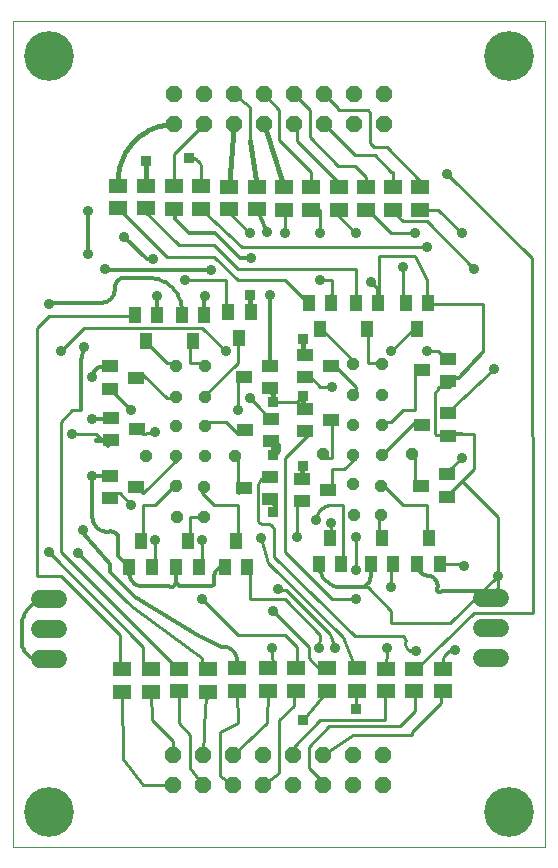
<source format=gbl>
G75*
G70*
%OFA0B0*%
%FSLAX24Y24*%
%IPPOS*%
%LPD*%
%AMOC8*
5,1,8,0,0,1.08239X$1,22.5*
%
%ADD10C,0.0000*%
%ADD11OC8,0.0397*%
%ADD12C,0.0600*%
%ADD13R,0.0394X0.0551*%
%ADD14R,0.0551X0.0394*%
%ADD15R,0.0630X0.0512*%
%ADD16OC8,0.0560*%
%ADD17C,0.0100*%
%ADD18C,0.0360*%
%ADD19C,0.0120*%
%ADD20C,0.0356*%
%ADD21R,0.0356X0.0356*%
%ADD22C,0.0160*%
%ADD23C,0.0079*%
%ADD24C,0.1660*%
D10*
X000100Y000100D02*
X000100Y027659D01*
X017817Y027659D01*
X017817Y000100D01*
X000100Y000100D01*
D11*
X005562Y011117D03*
X005512Y012154D03*
X005512Y013142D03*
X005512Y014129D03*
X005512Y015117D03*
X005512Y016154D03*
X006499Y016154D03*
X006499Y015117D03*
X006499Y014129D03*
X006499Y013142D03*
X006449Y012104D03*
X006449Y011117D03*
X007487Y013145D03*
X010430Y013196D03*
X011417Y013193D03*
X011417Y014180D03*
X011417Y015168D03*
X011417Y016205D03*
X012405Y016205D03*
X012405Y015168D03*
X012405Y014180D03*
X012405Y013193D03*
X012355Y012156D03*
X012355Y011168D03*
X011467Y011168D03*
X011417Y012206D03*
X013392Y013196D03*
X004524Y013145D03*
D12*
X001597Y008376D02*
X000997Y008376D01*
X000997Y007376D02*
X001597Y007376D01*
X001597Y006376D02*
X000997Y006376D01*
X015733Y006399D02*
X016333Y006399D01*
X016333Y007399D02*
X015733Y007399D01*
X015733Y008399D02*
X016333Y008399D01*
D13*
X014320Y009537D03*
X013946Y010403D03*
X013572Y009537D03*
X012757Y009537D03*
X012383Y010403D03*
X012009Y009537D03*
X011037Y009537D03*
X010663Y010403D03*
X010289Y009537D03*
X007891Y009454D03*
X007517Y010320D03*
X007143Y009454D03*
X006281Y009443D03*
X005907Y010309D03*
X005533Y009443D03*
X004718Y009443D03*
X004344Y010309D03*
X003970Y009443D03*
X004525Y016994D03*
X004151Y017860D03*
X004899Y017860D03*
X005722Y017860D03*
X006096Y016994D03*
X006470Y017860D03*
X007261Y017939D03*
X007635Y017072D03*
X008009Y017939D03*
X009943Y018230D03*
X010317Y017364D03*
X010691Y018230D03*
X011525Y018230D03*
X011899Y017364D03*
X012273Y018230D03*
X013187Y018230D03*
X013561Y017364D03*
X013935Y018230D03*
D14*
X014588Y016376D03*
X014588Y015628D03*
X014580Y014565D03*
X014580Y013817D03*
X014572Y012529D03*
X014572Y011781D03*
X013706Y012155D03*
X013714Y014191D03*
X013722Y016002D03*
X010698Y016147D03*
X009832Y015773D03*
X009832Y016521D03*
X008659Y016147D03*
X008659Y015399D03*
X008687Y014391D03*
X008687Y013643D03*
X007820Y014017D03*
X007793Y015773D03*
X009840Y014710D03*
X009840Y013962D03*
X010706Y014336D03*
X009734Y012380D03*
X009734Y011631D03*
X010600Y012006D03*
X008663Y011702D03*
X008663Y012450D03*
X007797Y012076D03*
X004206Y012104D03*
X003340Y012478D03*
X003340Y011730D03*
X003348Y013667D03*
X003348Y014415D03*
X003340Y015380D03*
X003340Y016128D03*
X004206Y015754D03*
X004214Y014041D03*
D15*
X007277Y021372D03*
X007277Y022120D03*
X006372Y022128D03*
X006372Y021380D03*
X005466Y021387D03*
X005466Y022135D03*
X004521Y022143D03*
X004521Y021395D03*
X003576Y021403D03*
X003576Y022151D03*
X008222Y022112D03*
X008222Y021364D03*
X009128Y021356D03*
X009128Y022104D03*
X010033Y022096D03*
X010033Y021348D03*
X010943Y021356D03*
X010943Y022104D03*
X011844Y022104D03*
X011844Y021356D03*
X012757Y021356D03*
X012757Y022104D03*
X013671Y022104D03*
X013671Y021356D03*
X013466Y006049D03*
X013466Y005301D03*
X012529Y005297D03*
X012529Y006045D03*
X011545Y006061D03*
X011545Y005313D03*
X010545Y005313D03*
X010545Y006061D03*
X009525Y006061D03*
X009525Y005313D03*
X008584Y005313D03*
X008584Y006061D03*
X007565Y006061D03*
X007565Y005313D03*
X006604Y005289D03*
X006604Y006037D03*
X005631Y006049D03*
X005631Y005301D03*
X004691Y005293D03*
X004691Y006041D03*
X003710Y006041D03*
X003710Y005293D03*
X014407Y005301D03*
X014407Y006049D03*
D16*
X012419Y003179D03*
X012419Y002179D03*
X011419Y002179D03*
X011419Y003179D03*
X010419Y003179D03*
X010419Y002179D03*
X009419Y002179D03*
X009419Y003179D03*
X008419Y003179D03*
X008419Y002179D03*
X007419Y002179D03*
X007419Y003179D03*
X006419Y003179D03*
X006419Y002179D03*
X005419Y002179D03*
X005419Y003179D03*
X005458Y024206D03*
X005458Y025206D03*
X006458Y025206D03*
X006458Y024206D03*
X007458Y024206D03*
X007458Y025206D03*
X008458Y025206D03*
X008458Y024206D03*
X009458Y024206D03*
X009458Y025206D03*
X010458Y025206D03*
X010458Y024206D03*
X011458Y024206D03*
X011458Y025206D03*
X012458Y025206D03*
X012458Y024206D03*
D17*
X011990Y024588D02*
X011990Y023565D01*
X012108Y023446D01*
X012541Y023446D01*
X013671Y022317D01*
X013671Y022104D01*
X013671Y021356D02*
X013880Y021360D01*
X014273Y021360D01*
X015061Y020572D01*
X013880Y020966D02*
X015454Y019391D01*
X015769Y018210D02*
X013880Y018210D01*
X013935Y018230D01*
X013880Y018210D02*
X013880Y018998D01*
X013486Y019824D01*
X012305Y019824D01*
X012305Y018210D01*
X012273Y018230D01*
X011911Y017423D02*
X011899Y017364D01*
X011911Y017423D02*
X011911Y016242D01*
X012305Y016242D01*
X012405Y016205D01*
X012698Y016635D02*
X013486Y017423D01*
X013561Y017364D01*
X013880Y016635D02*
X014273Y016635D01*
X014667Y016242D01*
X014588Y016376D01*
X014588Y015628D02*
X014446Y015628D01*
X014155Y015257D01*
X014155Y013880D01*
X014194Y013840D01*
X014557Y013840D01*
X014580Y013817D01*
X014667Y013880D01*
X015454Y013880D01*
X015454Y012698D01*
X015061Y012305D01*
X016242Y011124D01*
X016242Y009155D01*
X014667Y007580D01*
X012698Y007580D01*
X012698Y007974D01*
X011911Y008761D01*
X011517Y008761D01*
X011517Y008368D02*
X010730Y008368D01*
X009155Y009943D01*
X009155Y013092D01*
X009943Y013880D01*
X009840Y013962D01*
X010430Y013196D02*
X010336Y013092D01*
X010730Y013092D01*
X010730Y014273D01*
X010706Y014336D01*
X011517Y015061D02*
X011517Y015454D01*
X010730Y016242D01*
X010698Y016147D01*
X010730Y015454D02*
X010336Y015454D01*
X009943Y015848D01*
X009832Y015773D01*
X009746Y015159D02*
X009549Y014943D01*
X008761Y014943D01*
X008687Y014391D02*
X008761Y014273D01*
X007974Y015061D01*
X007580Y014667D02*
X007580Y015848D01*
X007793Y015773D01*
X007580Y016242D02*
X006399Y015061D01*
X006499Y015117D01*
X006399Y014273D02*
X006499Y014129D01*
X006399Y014273D02*
X007187Y014273D01*
X007580Y013880D01*
X007820Y014017D01*
X007487Y013145D02*
X007580Y013092D01*
X007580Y011911D01*
X007797Y012076D01*
X008250Y012108D02*
X008250Y011045D01*
X008252Y011023D01*
X008256Y011001D01*
X008264Y010980D01*
X008275Y010960D01*
X008288Y010942D01*
X008304Y010926D01*
X008322Y010913D01*
X008342Y010902D01*
X008363Y010894D01*
X008385Y010890D01*
X008407Y010888D01*
X008407Y010887D02*
X008525Y010887D01*
X008525Y010888D02*
X008556Y010886D01*
X008586Y010881D01*
X008616Y010873D01*
X008645Y010861D01*
X008672Y010846D01*
X008697Y010828D01*
X008720Y010807D01*
X008741Y010784D01*
X008759Y010759D01*
X008774Y010732D01*
X008786Y010703D01*
X008794Y010673D01*
X008799Y010643D01*
X008801Y010612D01*
X008801Y009785D01*
X011478Y007147D01*
X013053Y007147D01*
X013052Y007147D02*
X013074Y007140D01*
X013095Y007130D01*
X013114Y007117D01*
X013131Y007101D01*
X013146Y007083D01*
X013158Y007063D01*
X013166Y007042D01*
X013172Y007020D01*
X013175Y006997D01*
X013174Y006973D01*
X013170Y006951D01*
X013171Y006950D02*
X013171Y006872D01*
X013173Y006844D01*
X013178Y006816D01*
X013186Y006788D01*
X013198Y006762D01*
X013213Y006738D01*
X013230Y006716D01*
X013251Y006695D01*
X013273Y006678D01*
X013297Y006663D01*
X013323Y006651D01*
X013351Y006643D01*
X013379Y006638D01*
X013407Y006636D01*
X013407Y006635D02*
X013525Y006635D01*
X013466Y006049D02*
X013486Y006006D01*
X015454Y007895D01*
X017423Y007895D01*
X017383Y019746D01*
X014549Y022541D01*
X013880Y020966D02*
X013092Y020966D01*
X012698Y021360D01*
X012757Y021356D01*
X012698Y020572D02*
X011911Y021360D01*
X011844Y021356D01*
X011517Y020572D02*
X010730Y021360D01*
X010943Y021356D01*
X010336Y021360D02*
X010336Y020572D01*
X010336Y021360D02*
X010033Y021348D01*
X010033Y022096D02*
X010033Y022608D01*
X008958Y023683D01*
X008958Y024667D01*
X008458Y025206D01*
X007974Y024785D02*
X007458Y025206D01*
X007974Y024785D02*
X007974Y023643D01*
X009458Y024206D02*
X009549Y024116D01*
X009549Y023643D01*
X010943Y022250D01*
X010943Y022104D01*
X010927Y022817D02*
X011478Y022817D01*
X011844Y022450D01*
X011844Y022104D01*
X012698Y022620D02*
X012147Y023171D01*
X011478Y023171D01*
X011478Y023187D01*
X010458Y024206D01*
X010927Y024667D02*
X010927Y024738D01*
X010458Y025206D01*
X010927Y024667D02*
X011911Y024667D01*
X011990Y024588D01*
X010927Y022817D02*
X009982Y023761D01*
X009982Y024683D01*
X009458Y025206D01*
X009155Y021360D02*
X009128Y021356D01*
X009155Y021360D02*
X009155Y020572D01*
X007974Y020572D02*
X007187Y021360D01*
X007277Y021372D01*
X006399Y021360D02*
X007738Y020100D01*
X013880Y020100D01*
X013486Y020572D02*
X012698Y020572D01*
X013092Y019431D02*
X013092Y018210D01*
X013187Y018230D01*
X013722Y016002D02*
X013486Y015848D01*
X013486Y014667D01*
X013092Y014667D01*
X012698Y014273D01*
X012305Y014273D01*
X012405Y014180D01*
X012405Y013193D02*
X012305Y013092D01*
X013486Y014273D01*
X013714Y014191D01*
X013392Y013196D02*
X013486Y013092D01*
X013486Y012305D01*
X013706Y012155D01*
X013880Y011517D02*
X013092Y011517D01*
X012305Y012305D01*
X012355Y012156D01*
X012355Y011168D02*
X012305Y011124D01*
X012305Y010336D01*
X012383Y010403D01*
X012698Y009549D02*
X012757Y009537D01*
X012698Y009549D02*
X012698Y008761D01*
X011517Y009352D02*
X011517Y010454D01*
X011084Y009549D02*
X011037Y009537D01*
X011084Y009549D02*
X011084Y011517D01*
X010769Y011517D01*
X010730Y011911D02*
X010600Y012006D01*
X010730Y011911D02*
X010730Y012698D01*
X011124Y012698D01*
X011517Y013092D01*
X011417Y013193D01*
X011517Y015061D02*
X011417Y015168D01*
X011417Y016205D02*
X011517Y016242D01*
X010336Y017423D01*
X010317Y017364D01*
X009943Y018210D02*
X009943Y018230D01*
X009943Y018210D02*
X009155Y018998D01*
X007580Y018998D01*
X006793Y019785D01*
X005218Y019785D01*
X003643Y021360D01*
X003576Y021403D01*
X004431Y021360D02*
X004521Y021395D01*
X004431Y021360D02*
X005612Y020179D01*
X006793Y020179D01*
X007580Y019391D01*
X011517Y019391D01*
X011517Y018210D01*
X011525Y018230D01*
X010730Y018210D02*
X010691Y018230D01*
X010730Y018210D02*
X010730Y018998D01*
X010336Y018998D01*
X012757Y022104D02*
X012757Y022600D01*
X012738Y022620D01*
X012698Y022620D01*
X015769Y018210D02*
X015769Y016596D01*
X016124Y016045D02*
X014667Y014667D01*
X014580Y014565D01*
X014667Y015454D02*
X014273Y015454D01*
X014588Y015628D02*
X014667Y015454D01*
X015061Y013092D02*
X014667Y012698D01*
X014572Y012529D01*
X015061Y012305D02*
X014667Y011911D01*
X014572Y011781D01*
X013880Y011517D02*
X013880Y010336D01*
X013946Y010403D01*
X014320Y009537D02*
X015072Y009537D01*
X015139Y009470D01*
X016242Y008761D02*
X016033Y008399D01*
X016242Y008761D02*
X016242Y009155D01*
X014824Y006674D02*
X014786Y006672D01*
X014747Y006667D01*
X014710Y006658D01*
X014673Y006646D01*
X014638Y006630D01*
X014604Y006612D01*
X014573Y006590D01*
X014543Y006565D01*
X014516Y006538D01*
X014491Y006508D01*
X014469Y006477D01*
X014451Y006443D01*
X014435Y006408D01*
X014423Y006371D01*
X014414Y006334D01*
X014409Y006295D01*
X014407Y006257D01*
X014407Y006049D01*
X014407Y005301D02*
X014372Y005265D01*
X014372Y004923D01*
X013387Y003939D01*
X013387Y003840D01*
X011419Y003840D01*
X010419Y003179D01*
X009943Y003446D02*
X009943Y002757D01*
X010458Y002242D01*
X010419Y002179D01*
X009943Y003446D02*
X010631Y004135D01*
X012994Y004135D01*
X013486Y004628D01*
X013486Y005281D01*
X013466Y005301D01*
X012529Y005297D02*
X012502Y005269D01*
X012502Y004332D01*
X010336Y004332D01*
X009458Y003454D01*
X009419Y003179D01*
X008958Y002561D02*
X008958Y004332D01*
X009450Y004824D01*
X009450Y005238D01*
X009525Y005313D01*
X009549Y006006D02*
X009525Y006061D01*
X009549Y006006D02*
X009549Y006793D01*
X009155Y007187D01*
X007580Y007187D01*
X006399Y008368D01*
X006281Y009443D02*
X006399Y009549D01*
X006399Y010336D01*
X006006Y010336D02*
X005907Y010309D01*
X006006Y010336D02*
X006006Y011124D01*
X006399Y011124D01*
X006449Y011117D01*
X006793Y011517D02*
X006399Y011911D01*
X006449Y012104D01*
X006793Y011517D02*
X007580Y011517D01*
X007580Y010336D01*
X007517Y010320D01*
X007974Y009549D02*
X007891Y009454D01*
X007974Y009549D02*
X007974Y008368D01*
X009155Y008368D01*
X010336Y007187D01*
X010297Y006754D01*
X009943Y006793D02*
X009943Y006399D01*
X010336Y006006D01*
X010545Y006061D01*
X010545Y005313D02*
X009746Y004332D01*
X008958Y002561D02*
X008419Y002179D01*
X007419Y002179D02*
X006990Y002462D01*
X006990Y003939D01*
X007580Y004234D01*
X007565Y005313D01*
X008584Y005313D02*
X008565Y004234D01*
X007419Y003179D01*
X006419Y003179D02*
X006498Y004824D01*
X006604Y005289D01*
X006399Y006006D02*
X006604Y006037D01*
X006399Y006006D02*
X006399Y006399D01*
X004116Y008092D01*
X003880Y008289D01*
X002265Y009903D01*
X001675Y009943D02*
X005612Y006006D01*
X005631Y006049D01*
X005631Y005301D02*
X005612Y004234D01*
X006006Y003840D01*
X006006Y002757D01*
X006419Y002179D01*
X005419Y002179D02*
X004431Y002187D01*
X003742Y003053D01*
X003710Y005293D01*
X003643Y006006D02*
X003710Y006041D01*
X003643Y006006D02*
X003643Y007187D01*
X001675Y009155D01*
X000887Y009155D01*
X000887Y017423D01*
X001281Y017817D01*
X004037Y017817D01*
X004151Y017860D01*
X004431Y017029D02*
X004525Y016994D01*
X004431Y017029D02*
X005218Y016242D01*
X005612Y016242D01*
X005512Y016154D01*
X006006Y016242D02*
X006006Y017029D01*
X006096Y016994D01*
X006399Y017423D02*
X007187Y016635D01*
X007580Y016242D02*
X007580Y017029D01*
X007635Y017072D01*
X007261Y017939D02*
X007187Y018210D01*
X007187Y018998D01*
X005809Y018998D01*
X006399Y017423D02*
X002462Y017423D01*
X001675Y016635D01*
X002069Y014667D02*
X001675Y014273D01*
X001675Y009943D01*
X001281Y009943D02*
X004431Y006793D01*
X004431Y006006D01*
X004691Y006041D01*
X004691Y005293D02*
X004726Y004332D01*
X005415Y003643D01*
X005419Y003179D01*
X008584Y006061D02*
X008761Y006006D01*
X008722Y006754D01*
X008761Y007974D02*
X009943Y006793D01*
X010651Y007226D02*
X009194Y008683D01*
X008919Y008722D01*
X008604Y009588D02*
X011084Y007108D01*
X011517Y006006D01*
X011545Y006061D01*
X011545Y005313D02*
X011517Y005285D01*
X011517Y004726D01*
X012529Y006045D02*
X012541Y006754D01*
X010809Y006754D02*
X010651Y007226D01*
X010730Y010336D02*
X010663Y010403D01*
X010730Y010336D02*
X010691Y010927D01*
X010178Y011005D02*
X010184Y011051D01*
X010192Y011096D01*
X010205Y011140D01*
X010221Y011182D01*
X010241Y011224D01*
X010264Y011263D01*
X010290Y011301D01*
X010319Y011336D01*
X010351Y011369D01*
X010385Y011399D01*
X010422Y011425D01*
X010461Y011449D01*
X010502Y011470D01*
X010545Y011487D01*
X010588Y011501D01*
X010633Y011510D01*
X010678Y011517D01*
X010724Y011519D01*
X010769Y011518D01*
X009734Y011631D02*
X009549Y011517D01*
X009549Y010454D01*
X008368Y010415D02*
X008604Y009588D01*
X008249Y012108D02*
X008251Y012144D01*
X008256Y012179D01*
X008266Y012214D01*
X008279Y012248D01*
X008295Y012280D01*
X008315Y012310D01*
X008337Y012338D01*
X008362Y012363D01*
X008390Y012385D01*
X008421Y012405D01*
X008452Y012421D01*
X008486Y012434D01*
X008521Y012444D01*
X008556Y012449D01*
X008592Y012451D01*
X008592Y012450D02*
X008663Y012450D01*
X006499Y016154D02*
X006399Y016242D01*
X006006Y016242D01*
X005512Y015117D02*
X005612Y015061D01*
X005218Y015061D01*
X004431Y015848D01*
X004206Y015754D01*
X003250Y015454D02*
X004037Y014667D01*
X004214Y014041D02*
X004431Y013880D01*
X004824Y013958D01*
X005512Y013142D02*
X005612Y013092D01*
X004431Y011911D01*
X004206Y012104D01*
X003643Y011911D02*
X004037Y011517D01*
X004431Y011517D02*
X004824Y011517D01*
X005612Y012305D01*
X005512Y012154D01*
X004431Y011517D02*
X004431Y010336D01*
X004344Y010309D01*
X004824Y010336D02*
X004824Y009549D01*
X004718Y009443D01*
X003340Y011730D02*
X003250Y011911D01*
X003643Y011911D01*
X003250Y013486D02*
X003348Y013667D01*
X003250Y013486D02*
X002856Y013880D01*
X002069Y013880D01*
X002069Y014667D02*
X002344Y014667D01*
X003250Y015454D02*
X003340Y015380D01*
X005466Y021387D02*
X005612Y021360D01*
X005466Y022135D02*
X005466Y023214D01*
X006458Y024206D01*
X006372Y022687D02*
X006372Y022128D01*
X006372Y022687D02*
X006370Y022724D01*
X006365Y022762D01*
X006357Y022798D01*
X006345Y022834D01*
X006329Y022868D01*
X006311Y022901D01*
X006290Y022932D01*
X006266Y022961D01*
X006240Y022987D01*
X006211Y023011D01*
X006180Y023032D01*
X006147Y023050D01*
X006113Y023066D01*
X006077Y023078D01*
X006041Y023086D01*
X006003Y023091D01*
X005966Y023093D01*
X006372Y021380D02*
X006399Y021360D01*
D18*
X005809Y018998D03*
X007187Y016635D03*
X007974Y015061D03*
X007580Y014667D03*
X008368Y010415D03*
X009549Y010454D03*
X010691Y010927D03*
X011517Y010454D03*
X011517Y009352D03*
X011517Y008368D03*
X010297Y006754D03*
X008722Y006754D03*
X008761Y007974D03*
X006399Y008368D03*
X006399Y010336D03*
X004824Y010336D03*
X004037Y011517D03*
X004824Y013958D03*
X004037Y014667D03*
X002462Y016793D03*
X001675Y016635D03*
X002069Y013880D03*
X002265Y009903D03*
X001281Y009943D03*
X008013Y019746D03*
X007974Y020572D03*
X009155Y020572D03*
X010336Y020572D03*
X011517Y020572D03*
X010336Y018998D03*
X012698Y016635D03*
X013880Y016635D03*
X013092Y019431D03*
X013880Y020100D03*
X013486Y020572D03*
X014549Y022541D03*
X015061Y020572D03*
X015454Y019391D03*
X016124Y016045D03*
X015061Y013092D03*
X016242Y009155D03*
X012698Y008761D03*
X010730Y015454D03*
D19*
X012273Y018230D02*
X012273Y018714D01*
X012029Y018958D01*
X014691Y015730D02*
X014588Y015628D01*
X014691Y015730D02*
X014943Y015730D01*
X015769Y016596D01*
X015061Y013880D02*
X014667Y013880D01*
X013573Y009502D02*
X013575Y009466D01*
X013581Y009430D01*
X013590Y009395D01*
X013603Y009361D01*
X013619Y009329D01*
X013639Y009299D01*
X013662Y009270D01*
X013687Y009245D01*
X013716Y009222D01*
X013746Y009202D01*
X013778Y009186D01*
X013812Y009173D01*
X013847Y009164D01*
X013883Y009158D01*
X013919Y009156D01*
X013919Y009155D02*
X013958Y009155D01*
X013959Y009155D02*
X013993Y009146D01*
X014026Y009133D01*
X014058Y009117D01*
X014088Y009098D01*
X014116Y009076D01*
X014142Y009052D01*
X014166Y009025D01*
X014186Y008996D01*
X014204Y008965D01*
X014218Y008932D01*
X014230Y008899D01*
X014238Y008864D01*
X014242Y008829D01*
X014243Y008793D01*
X014240Y008757D01*
X014234Y008722D01*
X014234Y008643D01*
X014235Y008644D02*
X014249Y008631D01*
X014266Y008621D01*
X014284Y008615D01*
X014303Y008611D01*
X014323Y008611D01*
X014342Y008615D01*
X014360Y008621D01*
X014377Y008631D01*
X014391Y008644D01*
X014391Y008643D02*
X015789Y008643D01*
X015818Y008641D01*
X015847Y008636D01*
X015876Y008627D01*
X015902Y008615D01*
X015928Y008600D01*
X015951Y008582D01*
X015972Y008561D01*
X015990Y008538D01*
X016005Y008512D01*
X016017Y008486D01*
X016026Y008457D01*
X016031Y008428D01*
X016033Y008399D01*
X013572Y009502D02*
X013572Y009537D01*
X012009Y009537D02*
X012009Y009135D01*
X012007Y009098D01*
X012002Y009062D01*
X011993Y009026D01*
X011981Y008992D01*
X011965Y008959D01*
X011946Y008927D01*
X011924Y008898D01*
X011899Y008871D01*
X011872Y008846D01*
X011843Y008824D01*
X011811Y008805D01*
X011778Y008789D01*
X011744Y008777D01*
X011708Y008768D01*
X011672Y008763D01*
X011635Y008761D01*
X011517Y008761D01*
X011065Y008761D01*
X011012Y008763D01*
X010959Y008768D01*
X010907Y008777D01*
X010856Y008790D01*
X010805Y008806D01*
X010756Y008825D01*
X010708Y008848D01*
X010662Y008874D01*
X010617Y008903D01*
X010575Y008935D01*
X010535Y008970D01*
X010498Y009007D01*
X010463Y009047D01*
X010431Y009089D01*
X010402Y009134D01*
X010376Y009180D01*
X010353Y009228D01*
X010334Y009277D01*
X010318Y009328D01*
X010305Y009379D01*
X010296Y009431D01*
X010291Y009484D01*
X010289Y009537D01*
X007565Y006297D02*
X007565Y006061D01*
X007565Y006297D02*
X007563Y006340D01*
X007557Y006383D01*
X007548Y006425D01*
X007535Y006467D01*
X007519Y006507D01*
X007499Y006545D01*
X007475Y006581D01*
X007449Y006616D01*
X007420Y006648D01*
X007388Y006677D01*
X007353Y006703D01*
X007317Y006727D01*
X007279Y006747D01*
X007239Y006763D01*
X007197Y006776D01*
X007155Y006785D01*
X007112Y006791D01*
X007069Y006793D01*
X006281Y007147D01*
X004155Y008446D01*
X003328Y009273D01*
X003328Y009549D01*
X002423Y010572D01*
X002423Y010691D01*
X002738Y011124D02*
X002738Y012462D01*
X002739Y012468D01*
X002743Y012473D01*
X002748Y012477D01*
X002754Y012478D01*
X003340Y012478D01*
X002738Y011124D02*
X002740Y011082D01*
X002745Y011040D01*
X002754Y010998D01*
X002766Y010958D01*
X002781Y010918D01*
X002800Y010880D01*
X002821Y010844D01*
X002846Y010810D01*
X002873Y010777D01*
X002903Y010747D01*
X002936Y010720D01*
X002970Y010695D01*
X003006Y010674D01*
X003044Y010655D01*
X003084Y010640D01*
X003124Y010628D01*
X003166Y010619D01*
X003208Y010614D01*
X003250Y010612D01*
X003279Y010623D01*
X003310Y010629D01*
X003341Y010632D01*
X003373Y010631D01*
X003404Y010626D01*
X003434Y010617D01*
X003463Y010605D01*
X003490Y010589D01*
X003515Y010570D01*
X003538Y010548D01*
X003557Y010524D01*
X003574Y010497D01*
X003587Y010468D01*
X003596Y010438D01*
X003602Y010407D01*
X003604Y010376D01*
X003604Y009809D01*
X003970Y009443D01*
X003970Y009222D01*
X003972Y009183D01*
X003977Y009145D01*
X003986Y009107D01*
X003998Y009070D01*
X004014Y009034D01*
X004033Y009000D01*
X004055Y008968D01*
X004080Y008938D01*
X004107Y008911D01*
X004137Y008886D01*
X004169Y008864D01*
X004203Y008845D01*
X004239Y008829D01*
X004276Y008817D01*
X004314Y008808D01*
X004352Y008803D01*
X004391Y008801D01*
X005179Y008801D01*
X005197Y008809D01*
X005216Y008815D01*
X005236Y008817D01*
X005256Y008816D01*
X005276Y008811D01*
X005294Y008803D01*
X005310Y008791D01*
X005325Y008777D01*
X005337Y008761D01*
X005337Y008762D02*
X005365Y008766D01*
X005392Y008774D01*
X005418Y008786D01*
X005442Y008801D01*
X005464Y008819D01*
X005484Y008839D01*
X005500Y008862D01*
X005514Y008887D01*
X005524Y008913D01*
X005531Y008941D01*
X005534Y008969D01*
X005533Y008998D01*
X005533Y009443D01*
X005533Y008998D02*
X005535Y008972D01*
X005540Y008947D01*
X005548Y008923D01*
X005559Y008900D01*
X005574Y008878D01*
X005591Y008859D01*
X005610Y008842D01*
X005632Y008827D01*
X005655Y008816D01*
X005679Y008808D01*
X005704Y008803D01*
X005730Y008801D01*
X006675Y008801D01*
X006695Y008803D01*
X006715Y008808D01*
X006734Y008817D01*
X006751Y008829D01*
X006765Y008843D01*
X006777Y008860D01*
X006786Y008879D01*
X006791Y008899D01*
X006793Y008919D01*
X006793Y009104D01*
X006795Y009141D01*
X006801Y009177D01*
X006810Y009212D01*
X006823Y009246D01*
X006840Y009279D01*
X006860Y009310D01*
X006883Y009338D01*
X006909Y009364D01*
X006937Y009387D01*
X006968Y009407D01*
X007001Y009424D01*
X007035Y009437D01*
X007070Y009446D01*
X007106Y009452D01*
X007143Y009454D01*
X003324Y014391D02*
X002738Y014391D01*
X002344Y014667D02*
X002344Y016320D01*
X002462Y016793D01*
X003096Y016128D02*
X003340Y016128D01*
X003096Y016127D02*
X003061Y016125D01*
X003026Y016120D01*
X002992Y016112D01*
X002959Y016100D01*
X002927Y016085D01*
X002897Y016067D01*
X002869Y016046D01*
X002843Y016022D01*
X002819Y015996D01*
X002798Y015968D01*
X002780Y015938D01*
X002765Y015906D01*
X002753Y015873D01*
X002745Y015839D01*
X002740Y015804D01*
X002738Y015769D01*
X003348Y014415D02*
X003347Y014408D01*
X003343Y014401D01*
X003338Y014396D01*
X003331Y014392D01*
X003324Y014391D01*
X004899Y017860D02*
X004899Y018482D01*
X004900Y018484D01*
X004901Y018485D01*
X004903Y018486D01*
X004628Y019076D02*
X004692Y019074D01*
X004755Y019069D01*
X004818Y019059D01*
X004880Y019047D01*
X004942Y019030D01*
X005002Y019010D01*
X005061Y018987D01*
X005119Y018960D01*
X005175Y018929D01*
X005229Y018896D01*
X005281Y018860D01*
X005331Y018820D01*
X005379Y018778D01*
X005424Y018733D01*
X005466Y018685D01*
X005506Y018635D01*
X005542Y018583D01*
X005575Y018529D01*
X005606Y018473D01*
X005633Y018415D01*
X005656Y018356D01*
X005676Y018296D01*
X005693Y018234D01*
X005705Y018172D01*
X005715Y018109D01*
X005720Y018046D01*
X005722Y017982D01*
X005722Y017860D01*
X006470Y017860D02*
X006470Y018478D01*
X006478Y018486D01*
X006675Y019352D02*
X003171Y019352D01*
X003171Y019391D01*
X003485Y018722D02*
X003483Y018681D01*
X003478Y018640D01*
X003469Y018600D01*
X003457Y018561D01*
X003441Y018523D01*
X003422Y018486D01*
X003400Y018451D01*
X003375Y018419D01*
X003347Y018388D01*
X003316Y018360D01*
X003284Y018335D01*
X003249Y018313D01*
X003212Y018294D01*
X003174Y018278D01*
X003135Y018266D01*
X003095Y018257D01*
X003054Y018252D01*
X003013Y018250D01*
X001320Y018250D01*
X001320Y018249D02*
X001310Y018248D01*
X001301Y018244D01*
X001292Y018238D01*
X001286Y018230D01*
X001282Y018220D01*
X001281Y018210D01*
X002580Y019864D02*
X002580Y021320D01*
X003801Y020454D02*
X004549Y019706D01*
X004746Y019706D01*
X004628Y019076D02*
X003801Y019076D01*
X003768Y019074D01*
X003736Y019069D01*
X003704Y019061D01*
X003673Y019049D01*
X003644Y019034D01*
X003616Y019016D01*
X003590Y018995D01*
X003567Y018972D01*
X003546Y018946D01*
X003528Y018919D01*
X003513Y018889D01*
X003501Y018858D01*
X003493Y018826D01*
X003488Y018794D01*
X003486Y018761D01*
X003486Y018722D01*
X005494Y021045D02*
X005494Y021360D01*
X005466Y021387D01*
X005494Y021045D02*
X005966Y020572D01*
X006832Y020572D01*
X007659Y019746D01*
X008013Y019746D01*
X008565Y020612D02*
X008222Y021364D01*
X008643Y018525D02*
X008643Y016147D01*
X008659Y016147D01*
X001297Y008375D02*
X001239Y008373D01*
X001182Y008368D01*
X001124Y008359D01*
X001068Y008346D01*
X001012Y008330D01*
X000958Y008310D01*
X000905Y008287D01*
X000853Y008261D01*
X000804Y008232D01*
X000756Y008199D01*
X000710Y008164D01*
X000667Y008125D01*
X000626Y008084D01*
X000587Y008041D01*
X000552Y007995D01*
X000519Y007947D01*
X000490Y007898D01*
X000464Y007846D01*
X000441Y007793D01*
X000421Y007739D01*
X000405Y007683D01*
X000392Y007627D01*
X000383Y007569D01*
X000378Y007512D01*
X000376Y007454D01*
X000376Y006990D01*
X000378Y006940D01*
X000384Y006890D01*
X000393Y006840D01*
X000406Y006792D01*
X000423Y006745D01*
X000443Y006699D01*
X000467Y006654D01*
X000494Y006612D01*
X000524Y006572D01*
X000557Y006534D01*
X000593Y006499D01*
X000631Y006466D01*
X000672Y006437D01*
X000715Y006410D01*
X000760Y006387D01*
X000806Y006368D01*
X000854Y006352D01*
X000902Y006340D01*
X000952Y006331D01*
X001002Y006326D01*
X001052Y006325D01*
X001102Y006328D01*
X001152Y006334D01*
X001201Y006345D01*
X001250Y006359D01*
X001297Y006376D01*
D20*
X002423Y010691D03*
X002738Y012462D03*
X002738Y014391D03*
X002738Y015769D03*
X001281Y018210D03*
X002580Y019864D03*
X003171Y019391D03*
X003801Y020454D03*
X004746Y019706D03*
X004903Y018486D03*
X006478Y018486D03*
X006675Y019352D03*
X008565Y020612D03*
X008643Y018525D03*
X012029Y018958D03*
X010179Y011006D03*
X008919Y008722D03*
X010809Y006754D03*
X012541Y006754D03*
X013525Y006635D03*
X014824Y006675D03*
X015139Y009470D03*
X002580Y021320D03*
D21*
X004509Y022974D03*
X005966Y023092D03*
X007974Y018506D03*
X009746Y017029D03*
X009746Y015159D03*
X008761Y014943D03*
X008761Y013171D03*
X009746Y012797D03*
X008761Y011281D03*
X011517Y004726D03*
X009746Y004332D03*
D22*
X012529Y006045D02*
X012545Y006047D01*
X012560Y006052D01*
X012573Y006060D01*
X012585Y006072D01*
X012593Y006085D01*
X012598Y006100D01*
X012600Y006116D01*
X008773Y011604D02*
X008663Y011702D01*
X008773Y011603D02*
X008790Y011582D01*
X008805Y011559D01*
X008817Y011534D01*
X008826Y011508D01*
X008832Y011481D01*
X008834Y011453D01*
X008833Y011426D01*
X008829Y011399D01*
X008821Y011372D01*
X008810Y011347D01*
X008797Y011323D01*
X008780Y011301D01*
X008761Y011281D01*
X009734Y012380D02*
X009734Y012785D01*
X009746Y012797D01*
X008899Y013545D02*
X008687Y013643D01*
X008688Y013630D01*
X008693Y013617D01*
X008700Y013606D01*
X008709Y013597D01*
X008720Y013590D01*
X008733Y013585D01*
X008746Y013584D01*
X008761Y013171D01*
X008789Y013186D01*
X008815Y013204D01*
X008839Y013224D01*
X008861Y013248D01*
X008879Y013273D01*
X008895Y013300D01*
X008908Y013330D01*
X008917Y013360D01*
X008923Y013391D01*
X008925Y013422D01*
X008924Y013454D01*
X008919Y013485D01*
X008911Y013516D01*
X008899Y013545D01*
X008761Y014943D02*
X008714Y015454D01*
X008702Y015453D01*
X008690Y015449D01*
X008680Y015442D01*
X008671Y015433D01*
X008664Y015423D01*
X008660Y015411D01*
X008659Y015399D01*
X008761Y015301D01*
X008761Y014943D01*
X009746Y014805D02*
X009840Y014710D01*
X009746Y014805D02*
X009746Y015159D01*
X009832Y016521D02*
X009746Y016608D01*
X009746Y017029D01*
X010691Y018230D02*
X010691Y018466D01*
X009128Y022104D02*
X008458Y024206D01*
X007974Y023643D02*
X008222Y022112D01*
X007277Y022120D02*
X007458Y024206D01*
X005458Y024206D02*
X005368Y024204D01*
X005279Y024197D01*
X005190Y024187D01*
X005102Y024172D01*
X005014Y024153D01*
X004928Y024130D01*
X004842Y024102D01*
X004759Y024071D01*
X004676Y024036D01*
X004596Y023997D01*
X004517Y023954D01*
X004441Y023907D01*
X004366Y023857D01*
X004295Y023803D01*
X004226Y023746D01*
X004159Y023686D01*
X004096Y023623D01*
X004036Y023556D01*
X003979Y023487D01*
X003925Y023416D01*
X003875Y023341D01*
X003828Y023265D01*
X003785Y023186D01*
X003746Y023106D01*
X003711Y023023D01*
X003680Y022940D01*
X003652Y022854D01*
X003629Y022768D01*
X003610Y022680D01*
X003595Y022592D01*
X003585Y022503D01*
X003578Y022414D01*
X003576Y022324D01*
X003576Y022151D01*
X004521Y022143D02*
X004521Y022962D01*
X004520Y022967D01*
X004517Y022970D01*
X004514Y022973D01*
X004509Y022974D01*
X007974Y018506D02*
X007974Y017974D01*
X007976Y017963D01*
X007981Y017953D01*
X007988Y017946D01*
X007998Y017941D01*
X008009Y017939D01*
X003332Y013683D02*
X002856Y013683D01*
X003332Y013683D02*
X003338Y013682D01*
X003343Y013678D01*
X003347Y013673D01*
X003348Y013667D01*
D23*
X008092Y015021D02*
X008687Y014391D01*
D24*
X001281Y026478D03*
X016635Y026478D03*
X016635Y001281D03*
X001281Y001281D03*
M02*

</source>
